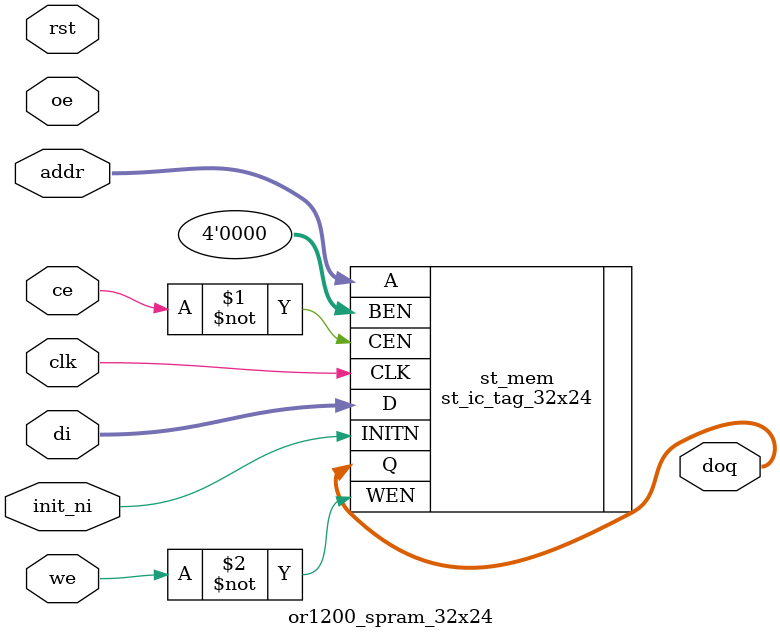
<source format=v>

`include "timescale.v"
// synopsys translate_on
`include "or1200_defines.v"

module or1200_spram_32x24(
`ifdef OR1200_BIST
	// RAM BIST
	mbist_si_i, mbist_so_o, mbist_ctrl_i,
`endif
	// Generic synchronous single-port RAM interface
	clk, rst, init_ni, ce, we, oe, addr, di, doq
);

//
// Default address and data buses width
//
parameter aw = 5;
parameter dw = 24;
parameter FLIPWELL = 0;
//
// Generic synchronous single-port RAM interface
//
input			clk;	// Clock
input			rst;	// Reset
input 		        init_ni;
input			ce;	// Chip enable input
input			we;	// Write enable input
input			oe;	// Output enable input
input 	[aw-1:0]	addr;	// address bus inputs
input	[dw-1:0]	di;	// input data bus
output	[dw-1:0]	doq;	// output data bus
   
st_ic_tag_32x24 
#(.FLIPWELL(FLIPWELL))
st_mem
  (
   .CLK(clk),
   .INITN(init_ni),
   .CEN(~ce),
   .WEN(~we),
   .A(addr),
   .D(di),
   .BEN(4'b0),
   .Q(doq)
   );
   
endmodule

</source>
